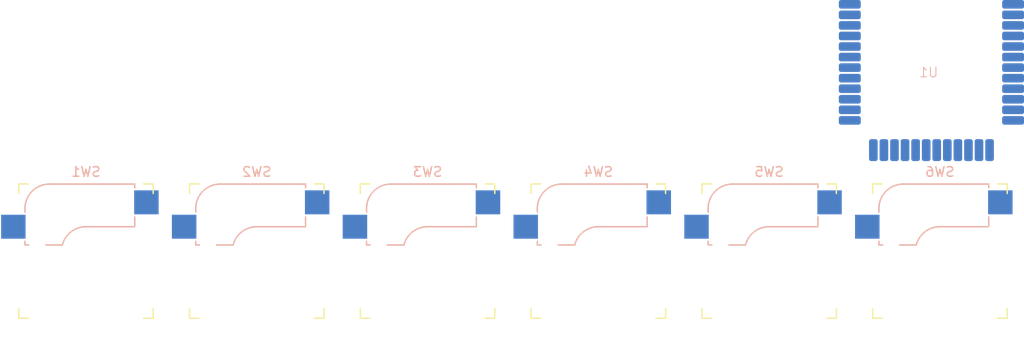
<source format=kicad_pcb>
(kicad_pcb (version 20221018) (generator pcbnew)
  (layers (0 "F.Cu" signal) (31 "B.Cu" signal) (34 "B.Paste" user) (35 "F.Paste" user) (36 "B.SilkS" user "B.Silkscreen") (37 "F.SilkS" user "F.Silkscreen") (38 "B.Mask" user) (39 "F.Mask" user) (44 "Edge.Cuts" user))
  (net 0 "")
  (footprint "keyswitches.pretty-master:Kailh_socket_MX" (layer "F.Cu") (at 99.06 55.88)
    (fp_text reference "SW5" (at 0 -8.255) (layer "B.SilkS") (effects (justify mirror)))
    (fp_text value "SW_SPST")
    (fp_line (start -6.35 -4.445) (end -6.35 -4.064) (stroke (width 0.15)) (layer "B.SilkS"))
    (fp_line (start -6.35 -1.016) (end -6.35 -0.635) (stroke (width 0.15)) (layer "B.SilkS"))
    (fp_line (start -5.969 -0.635) (end -6.35 -0.635) (stroke (width 0.15)) (layer "B.SilkS"))
    (fp_line (start -3.81 -6.985) (end 5.08 -6.985) (stroke (width 0.15)) (layer "B.SilkS"))
    (fp_line (start -2.464162 -0.635) (end -4.191 -0.635) (stroke (width 0.15)) (layer "B.SilkS"))
    (fp_line (start 5.08 -6.985) (end 5.08 -6.604) (stroke (width 0.15)) (layer "B.SilkS"))
    (fp_line (start 5.08 -3.556) (end 5.08 -2.54) (stroke (width 0.15)) (layer "B.SilkS"))
    (fp_line (start 5.08 -2.54) (end 0 -2.54) (stroke (width 0.15)) (layer "B.SilkS"))
    (fp_arc (start -6.35 -4.445) (mid -5.606051 -6.241051) (end -3.81 -6.985) (stroke (width 0.15)) (layer "B.SilkS"))
    (fp_arc (start -2.464162 -0.61604) (mid -1.563147 -2.002042) (end 0 -2.54) (stroke (width 0.15)) (layer "B.SilkS"))
    (fp_line (start -7 -6) (end -7 -7) (stroke (width 0.15)) (layer "F.SilkS"))
    (fp_line (start -7 7) (end -7 6) (stroke (width 0.15)) (layer "F.SilkS"))
    (fp_line (start -7 7) (end -6 7) (stroke (width 0.15)) (layer "F.SilkS"))
    (fp_line (start -6 -7) (end -7 -7) (stroke (width 0.15)) (layer "F.SilkS"))
    (fp_line (start 6 7) (end 7 7) (stroke (width 0.15)) (layer "F.SilkS"))
    (fp_line (start 7 -7) (end 6 -7) (stroke (width 0.15)) (layer "F.SilkS"))
    (fp_line (start 7 -7) (end 7 -6) (stroke (width 0.15)) (layer "F.SilkS"))
    (fp_line (start 7 6) (end 7 7) (stroke (width 0.15)) (layer "F.SilkS"))
    (pad "" np_thru_hole circle (at -5.08 0) (size 1.7018 1.7018) (drill 1.7018) (layers "*.Cu" "*.Mask"))
    (pad "" np_thru_hole circle (at -3.81 -2.54) (size 3 3) (drill 3) (layers "*.Cu" "*.Mask"))
    (pad "" np_thru_hole circle (at 0 0) (size 3.9878 3.9878) (drill 3.9878) (layers "*.Cu" "*.Mask"))
    (pad "" np_thru_hole circle (at 2.54 -5.08) (size 3 3) (drill 3) (layers "*.Cu" "*.Mask"))
    (pad "" np_thru_hole circle (at 5.08 0) (size 1.7018 1.7018) (drill 1.7018) (layers "*.Cu" "*.Mask"))
    (pad "1" smd rect (at 6.29 -5.08) (size 2.55 2.5) (layers "B.Cu" "B.Paste" "B.Mask"))
    (pad "2" smd rect (at -7.56 -2.54) (size 2.55 2.5) (layers "B.Cu" "B.Paste" "B.Mask"))
  )
  (footprint "keyswitches.pretty-master:Kailh_socket_MX" (layer "F.Cu") (at 116.84 55.88)
    (fp_text reference "SW6" (at 0 -8.255) (layer "B.SilkS") (effects (justify mirror)))
    (fp_text value "SW_SPST")
    (fp_line (start -6.35 -4.445) (end -6.35 -4.064) (stroke (width 0.15)) (layer "B.SilkS"))
    (fp_line (start -6.35 -1.016) (end -6.35 -0.635) (stroke (width 0.15)) (layer "B.SilkS"))
    (fp_line (start -5.969 -0.635) (end -6.35 -0.635) (stroke (width 0.15)) (layer "B.SilkS"))
    (fp_line (start -3.81 -6.985) (end 5.08 -6.985) (stroke (width 0.15)) (layer "B.SilkS"))
    (fp_line (start -2.464162 -0.635) (end -4.191 -0.635) (stroke (width 0.15)) (layer "B.SilkS"))
    (fp_line (start 5.08 -6.985) (end 5.08 -6.604) (stroke (width 0.15)) (layer "B.SilkS"))
    (fp_line (start 5.08 -3.556) (end 5.08 -2.54) (stroke (width 0.15)) (layer "B.SilkS"))
    (fp_line (start 5.08 -2.54) (end 0 -2.54) (stroke (width 0.15)) (layer "B.SilkS"))
    (fp_arc (start -6.35 -4.445) (mid -5.606051 -6.241051) (end -3.81 -6.985) (stroke (width 0.15)) (layer "B.SilkS"))
    (fp_arc (start -2.464162 -0.61604) (mid -1.563147 -2.002042) (end 0 -2.54) (stroke (width 0.15)) (layer "B.SilkS"))
    (fp_line (start -7 -6) (end -7 -7) (stroke (width 0.15)) (layer "F.SilkS"))
    (fp_line (start -7 7) (end -7 6) (stroke (width 0.15)) (layer "F.SilkS"))
    (fp_line (start -7 7) (end -6 7) (stroke (width 0.15)) (layer "F.SilkS"))
    (fp_line (start -6 -7) (end -7 -7) (stroke (width 0.15)) (layer "F.SilkS"))
    (fp_line (start 6 7) (end 7 7) (stroke (width 0.15)) (layer "F.SilkS"))
    (fp_line (start 7 -7) (end 6 -7) (stroke (width 0.15)) (layer "F.SilkS"))
    (fp_line (start 7 -7) (end 7 -6) (stroke (width 0.15)) (layer "F.SilkS"))
    (fp_line (start 7 6) (end 7 7) (stroke (width 0.15)) (layer "F.SilkS"))
    (pad "" np_thru_hole circle (at -5.08 0) (size 1.7018 1.7018) (drill 1.7018) (layers "*.Cu" "*.Mask"))
    (pad "" np_thru_hole circle (at -3.81 -2.54) (size 3 3) (drill 3) (layers "*.Cu" "*.Mask"))
    (pad "" np_thru_hole circle (at 0 0) (size 3.9878 3.9878) (drill 3.9878) (layers "*.Cu" "*.Mask"))
    (pad "" np_thru_hole circle (at 2.54 -5.08) (size 3 3) (drill 3) (layers "*.Cu" "*.Mask"))
    (pad "" np_thru_hole circle (at 5.08 0) (size 1.7018 1.7018) (drill 1.7018) (layers "*.Cu" "*.Mask"))
    (pad "1" smd rect (at 6.29 -5.08) (size 2.55 2.5) (layers "B.Cu" "B.Paste" "B.Mask"))
    (pad "2" smd rect (at -7.56 -2.54) (size 2.55 2.5) (layers "B.Cu" "B.Paste" "B.Mask"))
  )
  (footprint "keyswitches.pretty-master:Kailh_socket_MX" (layer "F.Cu") (at 63.5 55.88)
    (fp_text reference "SW3" (at 0 -8.255) (layer "B.SilkS") (effects (justify mirror)))
    (fp_text value "SW_SPST")
    (fp_line (start -6.35 -4.445) (end -6.35 -4.064) (stroke (width 0.15)) (layer "B.SilkS"))
    (fp_line (start -6.35 -1.016) (end -6.35 -0.635) (stroke (width 0.15)) (layer "B.SilkS"))
    (fp_line (start -5.969 -0.635) (end -6.35 -0.635) (stroke (width 0.15)) (layer "B.SilkS"))
    (fp_line (start -3.81 -6.985) (end 5.08 -6.985) (stroke (width 0.15)) (layer "B.SilkS"))
    (fp_line (start -2.464162 -0.635) (end -4.191 -0.635) (stroke (width 0.15)) (layer "B.SilkS"))
    (fp_line (start 5.08 -6.985) (end 5.08 -6.604) (stroke (width 0.15)) (layer "B.SilkS"))
    (fp_line (start 5.08 -3.556) (end 5.08 -2.54) (stroke (width 0.15)) (layer "B.SilkS"))
    (fp_line (start 5.08 -2.54) (end 0 -2.54) (stroke (width 0.15)) (layer "B.SilkS"))
    (fp_arc (start -6.35 -4.445) (mid -5.606051 -6.241051) (end -3.81 -6.985) (stroke (width 0.15)) (layer "B.SilkS"))
    (fp_arc (start -2.464162 -0.61604) (mid -1.563147 -2.002042) (end 0 -2.54) (stroke (width 0.15)) (layer "B.SilkS"))
    (fp_line (start -7 -6) (end -7 -7) (stroke (width 0.15)) (layer "F.SilkS"))
    (fp_line (start -7 7) (end -7 6) (stroke (width 0.15)) (layer "F.SilkS"))
    (fp_line (start -7 7) (end -6 7) (stroke (width 0.15)) (layer "F.SilkS"))
    (fp_line (start -6 -7) (end -7 -7) (stroke (width 0.15)) (layer "F.SilkS"))
    (fp_line (start 6 7) (end 7 7) (stroke (width 0.15)) (layer "F.SilkS"))
    (fp_line (start 7 -7) (end 6 -7) (stroke (width 0.15)) (layer "F.SilkS"))
    (fp_line (start 7 -7) (end 7 -6) (stroke (width 0.15)) (layer "F.SilkS"))
    (fp_line (start 7 6) (end 7 7) (stroke (width 0.15)) (layer "F.SilkS"))
    (pad "" np_thru_hole circle (at -5.08 0) (size 1.7018 1.7018) (drill 1.7018) (layers "*.Cu" "*.Mask"))
    (pad "" np_thru_hole circle (at -3.81 -2.54) (size 3 3) (drill 3) (layers "*.Cu" "*.Mask"))
    (pad "" np_thru_hole circle (at 0 0) (size 3.9878 3.9878) (drill 3.9878) (layers "*.Cu" "*.Mask"))
    (pad "" np_thru_hole circle (at 2.54 -5.08) (size 3 3) (drill 3) (layers "*.Cu" "*.Mask"))
    (pad "" np_thru_hole circle (at 5.08 0) (size 1.7018 1.7018) (drill 1.7018) (layers "*.Cu" "*.Mask"))
    (pad "1" smd rect (at 6.29 -5.08) (size 2.55 2.5) (layers "B.Cu" "B.Paste" "B.Mask"))
    (pad "2" smd rect (at -7.56 -2.54) (size 2.55 2.5) (layers "B.Cu" "B.Paste" "B.Mask"))
  )
  (footprint "keyswitches.pretty-master:Kailh_socket_MX" (layer "F.Cu") (at 81.28 55.88)
    (fp_text reference "SW4" (at 0 -8.255) (layer "B.SilkS") (effects (justify mirror)))
    (fp_text value "SW_SPST")
    (fp_line (start -6.35 -4.445) (end -6.35 -4.064) (stroke (width 0.15)) (layer "B.SilkS"))
    (fp_line (start -6.35 -1.016) (end -6.35 -0.635) (stroke (width 0.15)) (layer "B.SilkS"))
    (fp_line (start -5.969 -0.635) (end -6.35 -0.635) (stroke (width 0.15)) (layer "B.SilkS"))
    (fp_line (start -3.81 -6.985) (end 5.08 -6.985) (stroke (width 0.15)) (layer "B.SilkS"))
    (fp_line (start -2.464162 -0.635) (end -4.191 -0.635) (stroke (width 0.15)) (layer "B.SilkS"))
    (fp_line (start 5.08 -6.985) (end 5.08 -6.604) (stroke (width 0.15)) (layer "B.SilkS"))
    (fp_line (start 5.08 -3.556) (end 5.08 -2.54) (stroke (width 0.15)) (layer "B.SilkS"))
    (fp_line (start 5.08 -2.54) (end 0 -2.54) (stroke (width 0.15)) (layer "B.SilkS"))
    (fp_arc (start -6.35 -4.445) (mid -5.606051 -6.241051) (end -3.81 -6.985) (stroke (width 0.15)) (layer "B.SilkS"))
    (fp_arc (start -2.464162 -0.61604) (mid -1.563147 -2.002042) (end 0 -2.54) (stroke (width 0.15)) (layer "B.SilkS"))
    (fp_line (start -7 -6) (end -7 -7) (stroke (width 0.15)) (layer "F.SilkS"))
    (fp_line (start -7 7) (end -7 6) (stroke (width 0.15)) (layer "F.SilkS"))
    (fp_line (start -7 7) (end -6 7) (stroke (width 0.15)) (layer "F.SilkS"))
    (fp_line (start -6 -7) (end -7 -7) (stroke (width 0.15)) (layer "F.SilkS"))
    (fp_line (start 6 7) (end 7 7) (stroke (width 0.15)) (layer "F.SilkS"))
    (fp_line (start 7 -7) (end 6 -7) (stroke (width 0.15)) (layer "F.SilkS"))
    (fp_line (start 7 -7) (end 7 -6) (stroke (width 0.15)) (layer "F.SilkS"))
    (fp_line (start 7 6) (end 7 7) (stroke (width 0.15)) (layer "F.SilkS"))
    (pad "" np_thru_hole circle (at -5.08 0) (size 1.7018 1.7018) (drill 1.7018) (layers "*.Cu" "*.Mask"))
    (pad "" np_thru_hole circle (at -3.81 -2.54) (size 3 3) (drill 3) (layers "*.Cu" "*.Mask"))
    (pad "" np_thru_hole circle (at 0 0) (size 3.9878 3.9878) (drill 3.9878) (layers "*.Cu" "*.Mask"))
    (pad "" np_thru_hole circle (at 2.54 -5.08) (size 3 3) (drill 3) (layers "*.Cu" "*.Mask"))
    (pad "" np_thru_hole circle (at 5.08 0) (size 1.7018 1.7018) (drill 1.7018) (layers "*.Cu" "*.Mask"))
    (pad "1" smd rect (at 6.29 -5.08) (size 2.55 2.5) (layers "B.Cu" "B.Paste" "B.Mask"))
    (pad "2" smd rect (at -7.56 -2.54) (size 2.55 2.5) (layers "B.Cu" "B.Paste" "B.Mask"))
  )
  (footprint "keyswitches.pretty-master:Kailh_socket_MX" (layer "F.Cu") (at 45.72 55.88)
    (fp_text reference "SW2" (at 0 -8.255) (layer "B.SilkS") (effects (justify mirror)))
    (fp_text value "SW_SPST")
    (fp_line (start -6.35 -4.445) (end -6.35 -4.064) (stroke (width 0.15)) (layer "B.SilkS"))
    (fp_line (start -6.35 -1.016) (end -6.35 -0.635) (stroke (width 0.15)) (layer "B.SilkS"))
    (fp_line (start -5.969 -0.635) (end -6.35 -0.635) (stroke (width 0.15)) (layer "B.SilkS"))
    (fp_line (start -3.81 -6.985) (end 5.08 -6.985) (stroke (width 0.15)) (layer "B.SilkS"))
    (fp_line (start -2.464162 -0.635) (end -4.191 -0.635) (stroke (width 0.15)) (layer "B.SilkS"))
    (fp_line (start 5.08 -6.985) (end 5.08 -6.604) (stroke (width 0.15)) (layer "B.SilkS"))
    (fp_line (start 5.08 -3.556) (end 5.08 -2.54) (stroke (width 0.15)) (layer "B.SilkS"))
    (fp_line (start 5.08 -2.54) (end 0 -2.54) (stroke (width 0.15)) (layer "B.SilkS"))
    (fp_arc (start -6.35 -4.445) (mid -5.606051 -6.241051) (end -3.81 -6.985) (stroke (width 0.15)) (layer "B.SilkS"))
    (fp_arc (start -2.464162 -0.61604) (mid -1.563147 -2.002042) (end 0 -2.54) (stroke (width 0.15)) (layer "B.SilkS"))
    (fp_line (start -7 -6) (end -7 -7) (stroke (width 0.15)) (layer "F.SilkS"))
    (fp_line (start -7 7) (end -7 6) (stroke (width 0.15)) (layer "F.SilkS"))
    (fp_line (start -7 7) (end -6 7) (stroke (width 0.15)) (layer "F.SilkS"))
    (fp_line (start -6 -7) (end -7 -7) (stroke (width 0.15)) (layer "F.SilkS"))
    (fp_line (start 6 7) (end 7 7) (stroke (width 0.15)) (layer "F.SilkS"))
    (fp_line (start 7 -7) (end 6 -7) (stroke (width 0.15)) (layer "F.SilkS"))
    (fp_line (start 7 -7) (end 7 -6) (stroke (width 0.15)) (layer "F.SilkS"))
    (fp_line (start 7 6) (end 7 7) (stroke (width 0.15)) (layer "F.SilkS"))
    (pad "" np_thru_hole circle (at -5.08 0) (size 1.7018 1.7018) (drill 1.7018) (layers "*.Cu" "*.Mask"))
    (pad "" np_thru_hole circle (at -3.81 -2.54) (size 3 3) (drill 3) (layers "*.Cu" "*.Mask"))
    (pad "" np_thru_hole circle (at 0 0) (size 3.9878 3.9878) (drill 3.9878) (layers "*.Cu" "*.Mask"))
    (pad "" np_thru_hole circle (at 2.54 -5.08) (size 3 3) (drill 3) (layers "*.Cu" "*.Mask"))
    (pad "" np_thru_hole circle (at 5.08 0) (size 1.7018 1.7018) (drill 1.7018) (layers "*.Cu" "*.Mask"))
    (pad "1" smd rect (at 6.29 -5.08) (size 2.55 2.5) (layers "B.Cu" "B.Paste" "B.Mask"))
    (pad "2" smd rect (at -7.56 -2.54) (size 2.55 2.5) (layers "B.Cu" "B.Paste" "B.Mask"))
  )
  (footprint "keyswitches.pretty-master:Kailh_socket_MX" (layer "F.Cu") (at 27.94 55.88)
    (fp_text reference "SW1" (at 0 -8.255) (layer "B.SilkS") (effects (justify mirror)))
    (fp_text value "SW_SPST")
    (fp_line (start -6.35 -4.445) (end -6.35 -4.064) (stroke (width 0.15)) (layer "B.SilkS"))
    (fp_line (start -6.35 -1.016) (end -6.35 -0.635) (stroke (width 0.15)) (layer "B.SilkS"))
    (fp_line (start -5.969 -0.635) (end -6.35 -0.635) (stroke (width 0.15)) (layer "B.SilkS"))
    (fp_line (start -3.81 -6.985) (end 5.08 -6.985) (stroke (width 0.15)) (layer "B.SilkS"))
    (fp_line (start -2.464162 -0.635) (end -4.191 -0.635) (stroke (width 0.15)) (layer "B.SilkS"))
    (fp_line (start 5.08 -6.985) (end 5.08 -6.604) (stroke (width 0.15)) (layer "B.SilkS"))
    (fp_line (start 5.08 -3.556) (end 5.08 -2.54) (stroke (width 0.15)) (layer "B.SilkS"))
    (fp_line (start 5.08 -2.54) (end 0 -2.54) (stroke (width 0.15)) (layer "B.SilkS"))
    (fp_arc (start -6.35 -4.445) (mid -5.606051 -6.241051) (end -3.81 -6.985) (stroke (width 0.15)) (layer "B.SilkS"))
    (fp_arc (start -2.464162 -0.61604) (mid -1.563147 -2.002042) (end 0 -2.54) (stroke (width 0.15)) (layer "B.SilkS"))
    (fp_line (start -7 -6) (end -7 -7) (stroke (width 0.15)) (layer "F.SilkS"))
    (fp_line (start -7 7) (end -7 6) (stroke (width 0.15)) (layer "F.SilkS"))
    (fp_line (start -7 7) (end -6 7) (stroke (width 0.15)) (layer "F.SilkS"))
    (fp_line (start -6 -7) (end -7 -7) (stroke (width 0.15)) (layer "F.SilkS"))
    (fp_line (start 6 7) (end 7 7) (stroke (width 0.15)) (layer "F.SilkS"))
    (fp_line (start 7 -7) (end 6 -7) (stroke (width 0.15)) (layer "F.SilkS"))
    (fp_line (start 7 -7) (end 7 -6) (stroke (width 0.15)) (layer "F.SilkS"))
    (fp_line (start 7 6) (end 7 7) (stroke (width 0.15)) (layer "F.SilkS"))
    (pad "" np_thru_hole circle (at -5.08 0) (size 1.7018 1.7018) (drill 1.7018) (layers "*.Cu" "*.Mask"))
    (pad "" np_thru_hole circle (at -3.81 -2.54) (size 3 3) (drill 3) (layers "*.Cu" "*.Mask"))
    (pad "" np_thru_hole circle (at 0 0) (size 3.9878 3.9878) (drill 3.9878) (layers "*.Cu" "*.Mask"))
    (pad "" np_thru_hole circle (at 2.54 -5.08) (size 3 3) (drill 3) (layers "*.Cu" "*.Mask"))
    (pad "" np_thru_hole circle (at 5.08 0) (size 1.7018 1.7018) (drill 1.7018) (layers "*.Cu" "*.Mask"))
    (pad "1" smd rect (at 6.29 -5.08) (size 2.55 2.5) (layers "B.Cu" "B.Paste" "B.Mask"))
    (pad "2" smd rect (at -7.56 -2.54) (size 2.55 2.5) (layers "B.Cu" "B.Paste" "B.Mask"))
  )
  (footprint "devboards:core51822-b" (layer "B.Cu") (at 124.46 45.3535 180)
    (fp_text reference "U1" (at 8.8 8.1 unlocked) (layer "B.SilkS") (effects (font (thickness 0.1)) (justify mirror)))
    (fp_text value "~")
    (pad "GND" smd roundrect (at 0 4.2 180) (size 2.286 0.9) (layers "B.Cu" "B.Paste" "B.Mask"))
    (pad "GND" smd roundrect (at 0 15.2 180) (size 2.286 0.9) (layers "B.Cu" "B.Paste" "B.Mask"))
    (pad "NC" smd roundrect (at 0 7.5 180) (size 2.286 0.9) (layers "B.Cu" "B.Paste" "B.Mask"))
    (pad "NC" smd roundrect (at 0 8.6 180) (size 2.286 0.9) (layers "B.Cu" "B.Paste" "B.Mask"))
    (pad "P00" smd roundrect (at 3.55 0 90) (size 2.286 0.9) (layers "B.Cu" "B.Paste" "B.Mask"))
    (pad "P01" smd roundrect (at 4.65 0 90) (size 2.286 0.9) (layers "B.Cu" "B.Paste" "B.Mask"))
    (pad "P02" smd roundrect (at 5.75 0 90) (size 2.286 0.9) (layers "B.Cu" "B.Paste" "B.Mask"))
    (pad "P03" smd roundrect (at 6.85 0 90) (size 2.286 0.9) (layers "B.Cu" "B.Paste" "B.Mask"))
    (pad "P04" smd roundrect (at 7.95 0 90) (size 2.286 0.9) (layers "B.Cu" "B.Paste" "B.Mask"))
    (pad "P05" smd roundrect (at 9.05 0 90) (size 2.286 0.9) (layers "B.Cu" "B.Paste" "B.Mask"))
    (pad "P06" smd roundrect (at 10.15 0 90) (size 2.286 0.9) (layers "B.Cu" "B.Paste" "B.Mask"))
    (pad "P07" smd roundrect (at 11.25 0 90) (size 2.286 0.9) (layers "B.Cu" "B.Paste" "B.Mask"))
    (pad "P08" smd roundrect (at 12.35 0 90) (size 2.286 0.9) (layers "B.Cu" "B.Paste" "B.Mask"))
    (pad "P09" smd roundrect (at 13.45 0 90) (size 2.286 0.9) (layers "B.Cu" "B.Paste" "B.Mask"))
    (pad "P10" smd roundrect (at 14.55 0 90) (size 2.286 0.9) (layers "B.Cu" "B.Paste" "B.Mask"))
    (pad "P11" smd roundrect (at 17 3.1) (size 2.286 0.9) (layers "B.Cu" "B.Paste" "B.Mask"))
    (pad "P12" smd roundrect (at 17 4.2) (size 2.286 0.9) (layers "B.Cu" "B.Paste" "B.Mask"))
    (pad "P13" smd roundrect (at 17 5.3) (size 2.286 0.9) (layers "B.Cu" "B.Paste" "B.Mask"))
    (pad "P14" smd roundrect (at 17 6.4) (size 2.286 0.9) (layers "B.Cu" "B.Paste" "B.Mask"))
    (pad "P15" smd roundrect (at 17 7.5) (size 2.286 0.9) (layers "B.Cu" "B.Paste" "B.Mask"))
    (pad "P16" smd roundrect (at 17 8.6) (size 2.286 0.9) (layers "B.Cu" "B.Paste" "B.Mask"))
    (pad "P17" smd roundrect (at 17 11.9) (size 2.286 0.9) (layers "B.Cu" "B.Paste" "B.Mask"))
    (pad "P18" smd roundrect (at 17 13) (size 2.286 0.9) (layers "B.Cu" "B.Paste" "B.Mask"))
    (pad "P19" smd roundrect (at 17 14.1) (size 2.286 0.9) (layers "B.Cu" "B.Paste" "B.Mask"))
    (pad "P20" smd roundrect (at 17 15.2) (size 2.286 0.9) (layers "B.Cu" "B.Paste" "B.Mask"))
    (pad "P21" smd roundrect (at 0 14.1 180) (size 2.286 0.9) (layers "B.Cu" "B.Paste" "B.Mask"))
    (pad "P22" smd roundrect (at 0 13 180) (size 2.286 0.9) (layers "B.Cu" "B.Paste" "B.Mask"))
    (pad "P23" smd roundrect (at 0 11.9 180) (size 2.286 0.9) (layers "B.Cu" "B.Paste" "B.Mask"))
    (pad "P24" smd roundrect (at 0 10.8 180) (size 2.286 0.9) (layers "B.Cu" "B.Paste" "B.Mask"))
    (pad "P25" smd roundrect (at 0 9.7 180) (size 2.286 0.9) (layers "B.Cu" "B.Paste" "B.Mask"))
    (pad "P28" smd roundrect (at 0 6.4 180) (size 2.286 0.9) (layers "B.Cu" "B.Paste" "B.Mask"))
    (pad "P29" smd roundrect (at 0 5.3 180) (size 2.286 0.9) (layers "B.Cu" "B.Paste" "B.Mask"))
    (pad "P30" smd roundrect (at 2.45 0 90) (size 2.286 0.9) (layers "B.Cu" "B.Paste" "B.Mask"))
    (pad "SWCLK" smd roundrect (at 17 10.8) (size 2.286 0.9) (layers "B.Cu" "B.Paste" "B.Mask"))
    (pad "SWDIO" smd roundrect (at 17 9.7) (size 2.286 0.9) (layers "B.Cu" "B.Paste" "B.Mask"))
    (pad "VCC" smd roundrect (at 0 3.1 180) (size 2.286 0.9) (layers "B.Cu" "B.Paste" "B.Mask"))
  )
)
</source>
